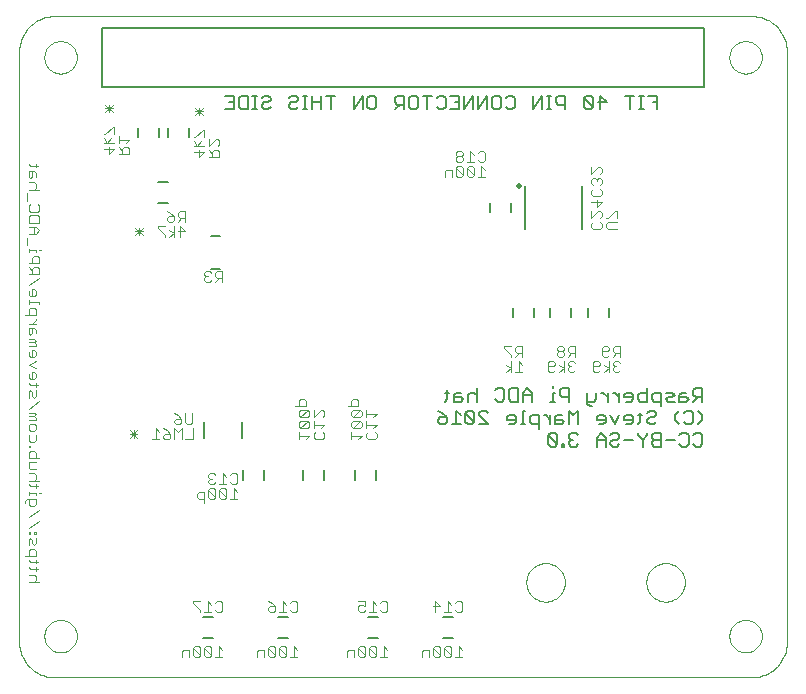
<source format=gbo>
G75*
G70*
%OFA0B0*%
%FSLAX24Y24*%
%IPPOS*%
%LPD*%
%AMOC8*
5,1,8,0,0,1.08239X$1,22.5*
%
%ADD10C,0.0050*%
%ADD11C,0.0040*%
%ADD12C,0.0060*%
%ADD13C,0.0000*%
%ADD14C,0.0030*%
%ADD15C,0.0200*%
D10*
X016337Y011030D02*
X016337Y011105D01*
X016413Y011180D01*
X016638Y011180D01*
X016638Y011030D01*
X016563Y010955D01*
X016413Y010955D01*
X016337Y011030D01*
X016488Y011330D02*
X016638Y011180D01*
X016488Y011330D02*
X016337Y011405D01*
X016564Y011705D02*
X016639Y011780D01*
X016639Y012080D01*
X016714Y012005D02*
X016564Y012005D01*
X016875Y011930D02*
X016875Y011705D01*
X017100Y011705D01*
X017175Y011780D01*
X017100Y011855D01*
X016875Y011855D01*
X016875Y011930D02*
X016950Y012005D01*
X017100Y012005D01*
X017335Y011930D02*
X017335Y011705D01*
X017335Y011930D02*
X017410Y012005D01*
X017560Y012005D01*
X017635Y011930D01*
X017635Y012155D02*
X017635Y011705D01*
X017483Y011405D02*
X017333Y011405D01*
X017258Y011330D01*
X017559Y011030D01*
X017483Y010955D01*
X017333Y010955D01*
X017258Y011030D01*
X017258Y011330D01*
X017098Y011255D02*
X016948Y011405D01*
X016948Y010955D01*
X017098Y010955D02*
X016798Y010955D01*
X017559Y011030D02*
X017559Y011330D01*
X017483Y011405D01*
X017719Y011330D02*
X017794Y011405D01*
X017944Y011405D01*
X018019Y011330D01*
X017719Y011330D02*
X017719Y011255D01*
X018019Y010955D01*
X017719Y010955D01*
X018639Y011105D02*
X018940Y011105D01*
X018940Y011030D02*
X018940Y011180D01*
X018865Y011255D01*
X018715Y011255D01*
X018639Y011180D01*
X018639Y011105D01*
X018715Y010955D02*
X018865Y010955D01*
X018940Y011030D01*
X019097Y010955D02*
X019247Y010955D01*
X019172Y010955D02*
X019172Y011405D01*
X019247Y011405D01*
X019407Y011180D02*
X019407Y011030D01*
X019482Y010955D01*
X019707Y010955D01*
X019707Y010805D02*
X019707Y011255D01*
X019482Y011255D01*
X019407Y011180D01*
X019865Y011255D02*
X019941Y011255D01*
X020091Y011105D01*
X020091Y010955D02*
X020091Y011255D01*
X020251Y011180D02*
X020251Y010955D01*
X020476Y010955D01*
X020551Y011030D01*
X020476Y011105D01*
X020251Y011105D01*
X020251Y011180D02*
X020326Y011255D01*
X020476Y011255D01*
X020711Y011405D02*
X020711Y010955D01*
X021011Y010955D02*
X021011Y011405D01*
X020861Y011255D01*
X020711Y011405D01*
X020705Y011705D02*
X020705Y012155D01*
X020479Y012155D01*
X020404Y012080D01*
X020404Y011930D01*
X020479Y011855D01*
X020705Y011855D01*
X020244Y011705D02*
X020094Y011705D01*
X020169Y011705D02*
X020169Y012005D01*
X020244Y012005D01*
X020169Y012155D02*
X020169Y012230D01*
X019477Y012005D02*
X019477Y011705D01*
X019477Y011930D02*
X019177Y011930D01*
X019177Y012005D02*
X019177Y011705D01*
X019016Y011705D02*
X018791Y011705D01*
X018716Y011780D01*
X018716Y012080D01*
X018791Y012155D01*
X019016Y012155D01*
X019016Y011705D01*
X019177Y012005D02*
X019327Y012155D01*
X019477Y012005D01*
X018556Y012080D02*
X018556Y011780D01*
X018481Y011705D01*
X018331Y011705D01*
X018256Y011780D01*
X018256Y012080D02*
X018331Y012155D01*
X018481Y012155D01*
X018556Y012080D01*
X020021Y010580D02*
X020321Y010280D01*
X020246Y010205D01*
X020096Y010205D01*
X020021Y010280D01*
X020021Y010580D01*
X020096Y010655D01*
X020246Y010655D01*
X020321Y010580D01*
X020321Y010280D01*
X020476Y010280D02*
X020476Y010205D01*
X020551Y010205D01*
X020551Y010280D01*
X020476Y010280D01*
X020711Y010280D02*
X020711Y010355D01*
X020786Y010430D01*
X020861Y010430D01*
X020786Y010430D02*
X020711Y010505D01*
X020711Y010580D01*
X020786Y010655D01*
X020936Y010655D01*
X021011Y010580D01*
X021011Y010280D02*
X020936Y010205D01*
X020786Y010205D01*
X020711Y010280D01*
X021632Y010205D02*
X021632Y010505D01*
X021782Y010655D01*
X021932Y010505D01*
X021932Y010205D01*
X022092Y010280D02*
X022167Y010205D01*
X022318Y010205D01*
X022393Y010280D01*
X022318Y010430D02*
X022167Y010430D01*
X022092Y010355D01*
X022092Y010280D01*
X021932Y010430D02*
X021632Y010430D01*
X022092Y010580D02*
X022167Y010655D01*
X022318Y010655D01*
X022393Y010580D01*
X022393Y010505D01*
X022318Y010430D01*
X022553Y010430D02*
X022853Y010430D01*
X023013Y010580D02*
X023013Y010655D01*
X023013Y010580D02*
X023163Y010430D01*
X023163Y010205D01*
X023163Y010430D02*
X023313Y010580D01*
X023313Y010655D01*
X023474Y010580D02*
X023474Y010505D01*
X023549Y010430D01*
X023774Y010430D01*
X023934Y010430D02*
X024234Y010430D01*
X024394Y010280D02*
X024469Y010205D01*
X024620Y010205D01*
X024695Y010280D01*
X024695Y010580D01*
X024620Y010655D01*
X024469Y010655D01*
X024394Y010580D01*
X024388Y010955D02*
X024238Y011105D01*
X024238Y011255D01*
X024388Y011405D01*
X024548Y011330D02*
X024623Y011405D01*
X024773Y011405D01*
X024848Y011330D01*
X024848Y011030D01*
X024773Y010955D01*
X024623Y010955D01*
X024548Y011030D01*
X024930Y010655D02*
X024855Y010580D01*
X024930Y010655D02*
X025080Y010655D01*
X025155Y010580D01*
X025155Y010280D01*
X025080Y010205D01*
X024930Y010205D01*
X024855Y010280D01*
X025005Y010955D02*
X025155Y011105D01*
X025155Y011255D01*
X025005Y011405D01*
X025155Y011705D02*
X025155Y012155D01*
X024930Y012155D01*
X024855Y012080D01*
X024855Y011930D01*
X024930Y011855D01*
X025155Y011855D01*
X025005Y011855D02*
X024855Y011705D01*
X024695Y011780D02*
X024620Y011855D01*
X024394Y011855D01*
X024394Y011930D02*
X024394Y011705D01*
X024620Y011705D01*
X024695Y011780D01*
X024620Y012005D02*
X024469Y012005D01*
X024394Y011930D01*
X024234Y011930D02*
X024159Y011855D01*
X024009Y011855D01*
X023934Y011780D01*
X024009Y011705D01*
X024234Y011705D01*
X024234Y011930D02*
X024159Y012005D01*
X023934Y012005D01*
X023774Y012005D02*
X023549Y012005D01*
X023474Y011930D01*
X023474Y011780D01*
X023549Y011705D01*
X023774Y011705D01*
X023774Y011555D02*
X023774Y012005D01*
X023313Y012005D02*
X023088Y012005D01*
X023013Y011930D01*
X023013Y011780D01*
X023088Y011705D01*
X023313Y011705D01*
X023313Y012155D01*
X022853Y011930D02*
X022778Y012005D01*
X022628Y012005D01*
X022553Y011930D01*
X022553Y011855D01*
X022853Y011855D01*
X022853Y011780D02*
X022853Y011930D01*
X022853Y011780D02*
X022778Y011705D01*
X022628Y011705D01*
X022393Y011705D02*
X022393Y012005D01*
X022393Y011855D02*
X022243Y012005D01*
X022167Y012005D01*
X022009Y012005D02*
X022009Y011705D01*
X022009Y011855D02*
X021859Y012005D01*
X021784Y012005D01*
X021625Y012005D02*
X021625Y011780D01*
X021550Y011705D01*
X021325Y011705D01*
X021325Y011630D02*
X021400Y011555D01*
X021475Y011555D01*
X021325Y011630D02*
X021325Y012005D01*
X021707Y011255D02*
X021632Y011180D01*
X021632Y011105D01*
X021932Y011105D01*
X021932Y011030D02*
X021932Y011180D01*
X021857Y011255D01*
X021707Y011255D01*
X021707Y010955D02*
X021857Y010955D01*
X021932Y011030D01*
X022092Y011255D02*
X022243Y010955D01*
X022393Y011255D01*
X022553Y011180D02*
X022553Y011105D01*
X022853Y011105D01*
X022853Y011030D02*
X022853Y011180D01*
X022778Y011255D01*
X022628Y011255D01*
X022553Y011180D01*
X022628Y010955D02*
X022778Y010955D01*
X022853Y011030D01*
X023010Y010955D02*
X023085Y011030D01*
X023085Y011330D01*
X023160Y011255D02*
X023010Y011255D01*
X023320Y011330D02*
X023395Y011405D01*
X023545Y011405D01*
X023620Y011330D01*
X023620Y011255D01*
X023545Y011180D01*
X023395Y011180D01*
X023320Y011105D01*
X023320Y011030D01*
X023395Y010955D01*
X023545Y010955D01*
X023620Y011030D01*
X023549Y010655D02*
X023474Y010580D01*
X023549Y010655D02*
X023774Y010655D01*
X023774Y010205D01*
X023549Y010205D01*
X023474Y010280D01*
X023474Y010355D01*
X023549Y010430D01*
X023655Y021455D02*
X023655Y021905D01*
X023355Y021905D01*
X023195Y021905D02*
X023044Y021905D01*
X023120Y021905D02*
X023120Y021455D01*
X023195Y021455D02*
X023044Y021455D01*
X022738Y021455D02*
X022738Y021905D01*
X022888Y021905D02*
X022587Y021905D01*
X021967Y021680D02*
X021667Y021680D01*
X021507Y021530D02*
X021206Y021830D01*
X021206Y021530D01*
X021281Y021455D01*
X021431Y021455D01*
X021507Y021530D01*
X021507Y021830D01*
X021431Y021905D01*
X021281Y021905D01*
X021206Y021830D01*
X021742Y021905D02*
X021742Y021455D01*
X021967Y021680D02*
X021742Y021905D01*
X020586Y021905D02*
X020586Y021455D01*
X020586Y021605D02*
X020361Y021605D01*
X020285Y021680D01*
X020285Y021830D01*
X020361Y021905D01*
X020586Y021905D01*
X020125Y021905D02*
X019975Y021905D01*
X020050Y021905D02*
X020050Y021455D01*
X020125Y021455D02*
X019975Y021455D01*
X019818Y021455D02*
X019818Y021905D01*
X019518Y021455D01*
X019518Y021905D01*
X018898Y021830D02*
X018898Y021530D01*
X018823Y021455D01*
X018672Y021455D01*
X018597Y021530D01*
X018437Y021530D02*
X018437Y021830D01*
X018362Y021905D01*
X018212Y021905D01*
X018137Y021830D01*
X018137Y021530D01*
X018212Y021455D01*
X018362Y021455D01*
X018437Y021530D01*
X018597Y021830D02*
X018672Y021905D01*
X018823Y021905D01*
X018898Y021830D01*
X017977Y021905D02*
X017977Y021455D01*
X017677Y021455D02*
X017677Y021905D01*
X017516Y021905D02*
X017216Y021455D01*
X017216Y021905D01*
X017056Y021905D02*
X017056Y021455D01*
X016756Y021455D01*
X016596Y021530D02*
X016596Y021830D01*
X016521Y021905D01*
X016370Y021905D01*
X016295Y021830D01*
X016135Y021905D02*
X015835Y021905D01*
X015985Y021905D02*
X015985Y021455D01*
X015675Y021530D02*
X015675Y021830D01*
X015600Y021905D01*
X015450Y021905D01*
X015375Y021830D01*
X015375Y021530D01*
X015450Y021455D01*
X015600Y021455D01*
X015675Y021530D01*
X015214Y021455D02*
X015214Y021905D01*
X014989Y021905D01*
X014914Y021830D01*
X014914Y021680D01*
X014989Y021605D01*
X015214Y021605D01*
X015064Y021605D02*
X014914Y021455D01*
X014294Y021530D02*
X014219Y021455D01*
X014068Y021455D01*
X013993Y021530D01*
X013993Y021830D01*
X014068Y021905D01*
X014219Y021905D01*
X014294Y021830D01*
X014294Y021530D01*
X013833Y021455D02*
X013833Y021905D01*
X013533Y021455D01*
X013533Y021905D01*
X012913Y021905D02*
X012612Y021905D01*
X012762Y021905D02*
X012762Y021455D01*
X012452Y021455D02*
X012452Y021905D01*
X012452Y021680D02*
X012152Y021680D01*
X012152Y021905D02*
X012152Y021455D01*
X011992Y021455D02*
X011842Y021455D01*
X011917Y021455D02*
X011917Y021905D01*
X011992Y021905D02*
X011842Y021905D01*
X011685Y021830D02*
X011685Y021755D01*
X011610Y021680D01*
X011460Y021680D01*
X011385Y021605D01*
X011385Y021530D01*
X011460Y021455D01*
X011610Y021455D01*
X011685Y021530D01*
X011685Y021830D02*
X011610Y021905D01*
X011460Y021905D01*
X011385Y021830D01*
X010764Y021830D02*
X010764Y021755D01*
X010689Y021680D01*
X010539Y021680D01*
X010464Y021605D01*
X010464Y021530D01*
X010539Y021455D01*
X010689Y021455D01*
X010764Y021530D01*
X010764Y021830D02*
X010689Y021905D01*
X010539Y021905D01*
X010464Y021830D01*
X010304Y021905D02*
X010153Y021905D01*
X010229Y021905D02*
X010229Y021455D01*
X010304Y021455D02*
X010153Y021455D01*
X009997Y021455D02*
X009771Y021455D01*
X009696Y021530D01*
X009696Y021830D01*
X009771Y021905D01*
X009997Y021905D01*
X009997Y021455D01*
X009536Y021455D02*
X009236Y021455D01*
X009386Y021680D02*
X009536Y021680D01*
X009536Y021905D02*
X009536Y021455D01*
X009536Y021905D02*
X009236Y021905D01*
X005129Y022198D02*
X005129Y024166D01*
X025200Y024166D01*
X025200Y022198D01*
X005129Y022198D01*
X016295Y021530D02*
X016370Y021455D01*
X016521Y021455D01*
X016596Y021530D01*
X016906Y021680D02*
X017056Y021680D01*
X017056Y021905D02*
X016756Y021905D01*
X017516Y021905D02*
X017516Y021455D01*
X017677Y021455D02*
X017977Y021905D01*
X023505Y021680D02*
X023655Y021680D01*
D11*
X021750Y019532D02*
X021810Y019472D01*
X021810Y019352D01*
X021750Y019292D01*
X021750Y019163D02*
X021690Y019163D01*
X021630Y019103D01*
X021570Y019163D01*
X021510Y019163D01*
X021450Y019103D01*
X021450Y018983D01*
X021510Y018923D01*
X021510Y018795D02*
X021450Y018735D01*
X021450Y018615D01*
X021510Y018555D01*
X021750Y018555D01*
X021810Y018615D01*
X021810Y018735D01*
X021750Y018795D01*
X021750Y018923D02*
X021810Y018983D01*
X021810Y019103D01*
X021750Y019163D01*
X021630Y019103D02*
X021630Y019043D01*
X021450Y019292D02*
X021690Y019532D01*
X021750Y019532D01*
X021450Y019532D02*
X021450Y019292D01*
X021630Y018427D02*
X021630Y018187D01*
X021810Y018367D01*
X021450Y018367D01*
X021450Y018059D02*
X021450Y017818D01*
X021690Y018059D01*
X021750Y018059D01*
X021810Y017998D01*
X021810Y017878D01*
X021750Y017818D01*
X021750Y017690D02*
X021810Y017630D01*
X021810Y017510D01*
X021750Y017450D01*
X021510Y017450D01*
X021450Y017510D01*
X021450Y017630D01*
X021510Y017690D01*
X021950Y017630D02*
X022010Y017690D01*
X022310Y017690D01*
X022310Y017818D02*
X022310Y018059D01*
X022250Y018059D01*
X022010Y017818D01*
X021950Y017818D01*
X021950Y017630D02*
X021950Y017510D01*
X022010Y017450D01*
X022310Y017450D01*
X022230Y013560D02*
X022170Y013500D01*
X022170Y013380D01*
X022230Y013320D01*
X022410Y013320D01*
X022410Y013200D02*
X022410Y013560D01*
X022230Y013560D01*
X022042Y013500D02*
X022042Y013440D01*
X021982Y013380D01*
X021801Y013380D01*
X021801Y013260D02*
X021801Y013500D01*
X021862Y013560D01*
X021982Y013560D01*
X022042Y013500D01*
X022042Y013260D02*
X021982Y013200D01*
X021862Y013200D01*
X021801Y013260D01*
X021675Y013060D02*
X021555Y013060D01*
X021495Y013000D01*
X021495Y012760D01*
X021555Y012700D01*
X021675Y012700D01*
X021735Y012760D01*
X021675Y012880D02*
X021495Y012880D01*
X021675Y012880D02*
X021735Y012940D01*
X021735Y013000D01*
X021675Y013060D01*
X021862Y012940D02*
X022042Y012820D01*
X021862Y012700D01*
X022042Y012700D02*
X022042Y013060D01*
X022170Y013000D02*
X022170Y012940D01*
X022230Y012880D01*
X022170Y012820D01*
X022170Y012760D01*
X022230Y012700D01*
X022350Y012700D01*
X022410Y012760D01*
X022290Y012880D02*
X022230Y012880D01*
X022170Y013000D02*
X022230Y013060D01*
X022350Y013060D01*
X022410Y013000D01*
X022170Y013200D02*
X022290Y013320D01*
X020910Y013320D02*
X020730Y013320D01*
X020670Y013380D01*
X020670Y013500D01*
X020730Y013560D01*
X020910Y013560D01*
X020910Y013200D01*
X020850Y013060D02*
X020730Y013060D01*
X020670Y013000D01*
X020670Y012940D01*
X020730Y012880D01*
X020670Y012820D01*
X020670Y012760D01*
X020730Y012700D01*
X020850Y012700D01*
X020910Y012760D01*
X020790Y012880D02*
X020730Y012880D01*
X020542Y012820D02*
X020362Y012940D01*
X020235Y012940D02*
X020175Y012880D01*
X019995Y012880D01*
X019995Y012760D02*
X019995Y013000D01*
X020055Y013060D01*
X020175Y013060D01*
X020235Y013000D01*
X020235Y012940D01*
X020235Y012760D02*
X020175Y012700D01*
X020055Y012700D01*
X019995Y012760D01*
X020362Y012700D02*
X020542Y012820D01*
X020542Y012700D02*
X020542Y013060D01*
X020482Y013200D02*
X020542Y013260D01*
X020542Y013320D01*
X020482Y013380D01*
X020362Y013380D01*
X020301Y013320D01*
X020301Y013260D01*
X020362Y013200D01*
X020482Y013200D01*
X020482Y013380D02*
X020542Y013440D01*
X020542Y013500D01*
X020482Y013560D01*
X020362Y013560D01*
X020301Y013500D01*
X020301Y013440D01*
X020362Y013380D01*
X020670Y013200D02*
X020790Y013320D01*
X020850Y013060D02*
X020910Y013000D01*
X019160Y012940D02*
X019040Y013060D01*
X019040Y012700D01*
X019160Y012700D02*
X018920Y012700D01*
X018792Y012700D02*
X018792Y013060D01*
X018792Y013200D02*
X018792Y013260D01*
X018551Y013500D01*
X018551Y013560D01*
X018792Y013560D01*
X018920Y013500D02*
X018920Y013380D01*
X018980Y013320D01*
X019160Y013320D01*
X019160Y013200D02*
X019160Y013560D01*
X018980Y013560D01*
X018920Y013500D01*
X019040Y013320D02*
X018920Y013200D01*
X018792Y012820D02*
X018612Y012940D01*
X018792Y012820D02*
X018612Y012700D01*
X014310Y011307D02*
X013950Y011307D01*
X013950Y011187D02*
X013950Y011427D01*
X013810Y011367D02*
X013750Y011427D01*
X013510Y011187D01*
X013450Y011247D01*
X013450Y011367D01*
X013510Y011427D01*
X013750Y011427D01*
X013810Y011367D02*
X013810Y011247D01*
X013750Y011187D01*
X013510Y011187D01*
X013510Y011059D02*
X013450Y010998D01*
X013450Y010878D01*
X013510Y010818D01*
X013750Y011059D01*
X013510Y011059D01*
X013750Y011059D02*
X013810Y010998D01*
X013810Y010878D01*
X013750Y010818D01*
X013510Y010818D01*
X013450Y010690D02*
X013450Y010450D01*
X013450Y010570D02*
X013810Y010570D01*
X013690Y010450D01*
X013950Y010510D02*
X013950Y010630D01*
X014010Y010690D01*
X013950Y010818D02*
X013950Y011059D01*
X013950Y010938D02*
X014310Y010938D01*
X014190Y010818D01*
X014250Y010690D02*
X014310Y010630D01*
X014310Y010510D01*
X014250Y010450D01*
X014010Y010450D01*
X013950Y010510D01*
X014190Y011187D02*
X014310Y011307D01*
X013690Y011555D02*
X013690Y011735D01*
X013630Y011795D01*
X013510Y011795D01*
X013450Y011735D01*
X013450Y011555D01*
X013330Y011555D02*
X013690Y011555D01*
X012560Y011367D02*
X012560Y011247D01*
X012500Y011187D01*
X012560Y011367D02*
X012500Y011427D01*
X012440Y011427D01*
X012200Y011187D01*
X012200Y011427D01*
X012060Y011367D02*
X012060Y011247D01*
X012000Y011187D01*
X011760Y011187D01*
X012000Y011427D01*
X011760Y011427D01*
X011700Y011367D01*
X011700Y011247D01*
X011760Y011187D01*
X011760Y011059D02*
X011700Y010998D01*
X011700Y010878D01*
X011760Y010818D01*
X012000Y011059D01*
X011760Y011059D01*
X012000Y011059D02*
X012060Y010998D01*
X012060Y010878D01*
X012000Y010818D01*
X011760Y010818D01*
X011700Y010690D02*
X011700Y010450D01*
X011700Y010570D02*
X012060Y010570D01*
X011940Y010450D01*
X012200Y010510D02*
X012200Y010630D01*
X012260Y010690D01*
X012200Y010818D02*
X012200Y011059D01*
X012200Y010938D02*
X012560Y010938D01*
X012440Y010818D01*
X012500Y010690D02*
X012560Y010630D01*
X012560Y010510D01*
X012500Y010450D01*
X012260Y010450D01*
X012200Y010510D01*
X012060Y011367D02*
X012000Y011427D01*
X011940Y011555D02*
X011940Y011735D01*
X011880Y011795D01*
X011760Y011795D01*
X011700Y011735D01*
X011700Y011555D01*
X011580Y011555D02*
X011940Y011555D01*
X009660Y009250D02*
X009660Y009010D01*
X009600Y008950D01*
X009480Y008950D01*
X009420Y009010D01*
X009292Y008950D02*
X009051Y008950D01*
X009172Y008950D02*
X009172Y009310D01*
X009292Y009190D01*
X009420Y009250D02*
X009480Y009310D01*
X009600Y009310D01*
X009660Y009250D01*
X009540Y008810D02*
X009540Y008450D01*
X009660Y008450D02*
X009420Y008450D01*
X009292Y008510D02*
X009292Y008750D01*
X009232Y008810D01*
X009112Y008810D01*
X009051Y008750D01*
X009292Y008510D01*
X009232Y008450D01*
X009112Y008450D01*
X009051Y008510D01*
X009051Y008750D01*
X008923Y008750D02*
X008863Y008810D01*
X008743Y008810D01*
X008683Y008750D01*
X008923Y008510D01*
X008863Y008450D01*
X008743Y008450D01*
X008683Y008510D01*
X008683Y008750D01*
X008555Y008690D02*
X008375Y008690D01*
X008315Y008630D01*
X008315Y008510D01*
X008375Y008450D01*
X008555Y008450D01*
X008555Y008330D02*
X008555Y008690D01*
X008743Y008950D02*
X008863Y008950D01*
X008923Y009010D01*
X008803Y009130D02*
X008743Y009130D01*
X008683Y009070D01*
X008683Y009010D01*
X008743Y008950D01*
X008743Y009130D02*
X008683Y009190D01*
X008683Y009250D01*
X008743Y009310D01*
X008863Y009310D01*
X008923Y009250D01*
X008923Y008750D02*
X008923Y008510D01*
X009540Y008810D02*
X009660Y008690D01*
X008100Y010950D02*
X007980Y010950D01*
X007920Y011010D01*
X007920Y011310D01*
X007792Y011130D02*
X007792Y011010D01*
X007732Y010950D01*
X007612Y010950D01*
X007551Y011010D01*
X007551Y011070D01*
X007612Y011130D01*
X007792Y011130D01*
X007672Y011250D01*
X007551Y011310D01*
X008160Y011310D02*
X008160Y011010D01*
X008100Y010950D01*
X003060Y011710D02*
X002700Y011470D01*
X002700Y011342D02*
X002880Y011342D01*
X002940Y011282D01*
X002880Y011222D01*
X002700Y011222D01*
X002700Y011102D02*
X002940Y011102D01*
X002940Y011162D01*
X002880Y011222D01*
X002880Y010974D02*
X002940Y010914D01*
X002940Y010794D01*
X002880Y010734D01*
X002760Y010734D01*
X002700Y010794D01*
X002700Y010914D01*
X002760Y010974D01*
X002880Y010974D01*
X002940Y010606D02*
X002940Y010425D01*
X002880Y010365D01*
X002760Y010365D01*
X002700Y010425D01*
X002700Y010606D01*
X002700Y010241D02*
X002700Y010181D01*
X002760Y010181D01*
X002760Y010241D01*
X002700Y010241D01*
X002760Y010053D02*
X002700Y009993D01*
X002700Y009813D01*
X003060Y009813D01*
X002940Y009813D02*
X002940Y009993D01*
X002880Y010053D01*
X002760Y010053D01*
X002700Y009685D02*
X002940Y009685D01*
X002700Y009685D02*
X002700Y009505D01*
X002760Y009445D01*
X002940Y009445D01*
X002880Y009316D02*
X002700Y009316D01*
X002880Y009316D02*
X002940Y009256D01*
X002940Y009136D01*
X002880Y009076D01*
X002940Y008951D02*
X002940Y008831D01*
X003000Y008891D02*
X002760Y008891D01*
X002700Y008951D01*
X002700Y009076D02*
X003060Y009076D01*
X003060Y008645D02*
X003120Y008645D01*
X002940Y008645D02*
X002700Y008645D01*
X002700Y008585D02*
X002700Y008705D01*
X002940Y008645D02*
X002940Y008585D01*
X002940Y008457D02*
X002940Y008277D01*
X002880Y008217D01*
X002760Y008217D01*
X002700Y008277D01*
X002700Y008457D01*
X002640Y008457D02*
X002940Y008457D01*
X002640Y008457D02*
X002580Y008397D01*
X002580Y008337D01*
X002700Y007849D02*
X003060Y008089D01*
X003060Y007720D02*
X002700Y007480D01*
X002700Y007356D02*
X002700Y007296D01*
X002760Y007296D01*
X002760Y007356D01*
X002700Y007356D01*
X002880Y007356D02*
X002880Y007296D01*
X002940Y007296D01*
X002940Y007356D01*
X002880Y007356D01*
X002940Y007168D02*
X002940Y006988D01*
X002880Y006928D01*
X002820Y006988D01*
X002820Y007108D01*
X002760Y007168D01*
X002700Y007108D01*
X002700Y006928D01*
X002760Y006800D02*
X002700Y006740D01*
X002700Y006559D01*
X002580Y006559D02*
X002940Y006559D01*
X002940Y006740D01*
X002880Y006800D01*
X002760Y006800D01*
X002700Y006434D02*
X002760Y006374D01*
X003000Y006374D01*
X002940Y006314D02*
X002940Y006434D01*
X002940Y006188D02*
X002940Y006068D01*
X003000Y006128D02*
X002760Y006128D01*
X002700Y006188D01*
X002700Y005940D02*
X002880Y005940D01*
X002940Y005880D01*
X002940Y005760D01*
X002880Y005700D01*
X003060Y005700D02*
X002700Y005700D01*
X007815Y003380D02*
X007815Y003200D01*
X007815Y003380D02*
X007875Y003440D01*
X008055Y003440D01*
X008055Y003200D01*
X008183Y003260D02*
X008243Y003200D01*
X008363Y003200D01*
X008423Y003260D01*
X008183Y003500D01*
X008183Y003260D01*
X008183Y003500D02*
X008243Y003560D01*
X008363Y003560D01*
X008423Y003500D01*
X008423Y003260D01*
X008551Y003260D02*
X008551Y003500D01*
X008792Y003260D01*
X008732Y003200D01*
X008612Y003200D01*
X008551Y003260D01*
X008551Y003500D02*
X008612Y003560D01*
X008732Y003560D01*
X008792Y003500D01*
X008792Y003260D01*
X008920Y003200D02*
X009160Y003200D01*
X009040Y003200D02*
X009040Y003560D01*
X009160Y003440D01*
X010315Y003380D02*
X010315Y003200D01*
X010315Y003380D02*
X010375Y003440D01*
X010555Y003440D01*
X010555Y003200D01*
X010683Y003260D02*
X010683Y003500D01*
X010923Y003260D01*
X010863Y003200D01*
X010743Y003200D01*
X010683Y003260D01*
X010683Y003500D02*
X010743Y003560D01*
X010863Y003560D01*
X010923Y003500D01*
X010923Y003260D01*
X011051Y003260D02*
X011051Y003500D01*
X011292Y003260D01*
X011232Y003200D01*
X011112Y003200D01*
X011051Y003260D01*
X011051Y003500D02*
X011112Y003560D01*
X011232Y003560D01*
X011292Y003500D01*
X011292Y003260D01*
X011420Y003200D02*
X011660Y003200D01*
X011540Y003200D02*
X011540Y003560D01*
X011660Y003440D01*
X011600Y004700D02*
X011480Y004700D01*
X011420Y004760D01*
X011292Y004700D02*
X011051Y004700D01*
X011172Y004700D02*
X011172Y005060D01*
X011292Y004940D01*
X011420Y005000D02*
X011480Y005060D01*
X011600Y005060D01*
X011660Y005000D01*
X011660Y004760D01*
X011600Y004700D01*
X010923Y004760D02*
X010863Y004700D01*
X010743Y004700D01*
X010683Y004760D01*
X010683Y004820D01*
X010743Y004880D01*
X010923Y004880D01*
X010923Y004760D01*
X010923Y004880D02*
X010803Y005000D01*
X010683Y005060D01*
X009160Y005000D02*
X009160Y004760D01*
X009100Y004700D01*
X008980Y004700D01*
X008920Y004760D01*
X008792Y004700D02*
X008551Y004700D01*
X008672Y004700D02*
X008672Y005060D01*
X008792Y004940D01*
X008920Y005000D02*
X008980Y005060D01*
X009100Y005060D01*
X009160Y005000D01*
X008423Y005060D02*
X008183Y005060D01*
X008183Y005000D01*
X008423Y004760D01*
X008423Y004700D01*
X013315Y003380D02*
X013315Y003200D01*
X013315Y003380D02*
X013375Y003440D01*
X013555Y003440D01*
X013555Y003200D01*
X013683Y003260D02*
X013683Y003500D01*
X013923Y003260D01*
X013863Y003200D01*
X013743Y003200D01*
X013683Y003260D01*
X013683Y003500D02*
X013743Y003560D01*
X013863Y003560D01*
X013923Y003500D01*
X013923Y003260D01*
X014051Y003260D02*
X014051Y003500D01*
X014292Y003260D01*
X014232Y003200D01*
X014112Y003200D01*
X014051Y003260D01*
X014051Y003500D02*
X014112Y003560D01*
X014232Y003560D01*
X014292Y003500D01*
X014292Y003260D01*
X014420Y003200D02*
X014660Y003200D01*
X014540Y003200D02*
X014540Y003560D01*
X014660Y003440D01*
X015815Y003380D02*
X015815Y003200D01*
X015815Y003380D02*
X015875Y003440D01*
X016055Y003440D01*
X016055Y003200D01*
X016183Y003260D02*
X016183Y003500D01*
X016423Y003260D01*
X016363Y003200D01*
X016243Y003200D01*
X016183Y003260D01*
X016183Y003500D02*
X016243Y003560D01*
X016363Y003560D01*
X016423Y003500D01*
X016423Y003260D01*
X016551Y003260D02*
X016612Y003200D01*
X016732Y003200D01*
X016792Y003260D01*
X016551Y003500D01*
X016551Y003260D01*
X016551Y003500D02*
X016612Y003560D01*
X016732Y003560D01*
X016792Y003500D01*
X016792Y003260D01*
X016920Y003200D02*
X017160Y003200D01*
X017040Y003200D02*
X017040Y003560D01*
X017160Y003440D01*
X017100Y004700D02*
X016980Y004700D01*
X016920Y004760D01*
X016792Y004700D02*
X016551Y004700D01*
X016672Y004700D02*
X016672Y005060D01*
X016792Y004940D01*
X016920Y005000D02*
X016980Y005060D01*
X017100Y005060D01*
X017160Y005000D01*
X017160Y004760D01*
X017100Y004700D01*
X016423Y004880D02*
X016183Y004880D01*
X016243Y004700D02*
X016243Y005060D01*
X016423Y004880D01*
X014660Y004760D02*
X014600Y004700D01*
X014480Y004700D01*
X014420Y004760D01*
X014292Y004700D02*
X014051Y004700D01*
X014172Y004700D02*
X014172Y005060D01*
X014292Y004940D01*
X014420Y005000D02*
X014480Y005060D01*
X014600Y005060D01*
X014660Y005000D01*
X014660Y004760D01*
X013923Y004760D02*
X013863Y004700D01*
X013743Y004700D01*
X013683Y004760D01*
X013683Y004880D01*
X013743Y004940D01*
X013803Y004940D01*
X013923Y004880D01*
X013923Y005060D01*
X013683Y005060D01*
X002940Y011899D02*
X002880Y011839D01*
X002820Y011899D01*
X002820Y012019D01*
X002760Y012079D01*
X002700Y012019D01*
X002700Y011839D01*
X002940Y011899D02*
X002940Y012079D01*
X002940Y012207D02*
X002940Y012327D01*
X003000Y012267D02*
X002760Y012267D01*
X002700Y012327D01*
X002760Y012452D02*
X002700Y012512D01*
X002700Y012633D01*
X002820Y012693D02*
X002820Y012452D01*
X002760Y012452D02*
X002880Y012452D01*
X002940Y012512D01*
X002940Y012633D01*
X002880Y012693D01*
X002820Y012693D01*
X002940Y012821D02*
X002700Y012941D01*
X002940Y013061D01*
X002880Y013189D02*
X002940Y013249D01*
X002940Y013369D01*
X002880Y013429D01*
X002820Y013429D01*
X002820Y013189D01*
X002760Y013189D02*
X002880Y013189D01*
X002760Y013189D02*
X002700Y013249D01*
X002700Y013369D01*
X002700Y013557D02*
X002940Y013557D01*
X002940Y013617D01*
X002880Y013677D01*
X002940Y013738D01*
X002880Y013798D01*
X002700Y013798D01*
X002700Y013677D02*
X002880Y013677D01*
X002760Y013926D02*
X002820Y013986D01*
X002820Y014166D01*
X002880Y014166D02*
X002700Y014166D01*
X002700Y013986D01*
X002760Y013926D01*
X002940Y013986D02*
X002940Y014106D01*
X002880Y014166D01*
X002820Y014294D02*
X002940Y014414D01*
X002940Y014474D01*
X002940Y014601D02*
X002580Y014601D01*
X002700Y014601D02*
X002700Y014781D01*
X002760Y014841D01*
X002880Y014841D01*
X002940Y014781D01*
X002940Y014601D01*
X002940Y014294D02*
X002700Y014294D01*
X002700Y014969D02*
X002700Y015089D01*
X002700Y015029D02*
X003060Y015029D01*
X003060Y014969D01*
X002880Y015215D02*
X002940Y015275D01*
X002940Y015395D01*
X002880Y015455D01*
X002820Y015455D01*
X002820Y015215D01*
X002760Y015215D02*
X002880Y015215D01*
X002760Y015215D02*
X002700Y015275D01*
X002700Y015395D01*
X002700Y015583D02*
X003060Y015823D01*
X003060Y015951D02*
X003060Y016132D01*
X003000Y016192D01*
X002880Y016192D01*
X002820Y016132D01*
X002820Y015951D01*
X002700Y015951D02*
X003060Y015951D01*
X002820Y016072D02*
X002700Y016192D01*
X002700Y016320D02*
X003060Y016320D01*
X003060Y016500D01*
X003000Y016560D01*
X002880Y016560D01*
X002820Y016500D01*
X002820Y016320D01*
X002700Y016688D02*
X002700Y016808D01*
X002700Y016748D02*
X002940Y016748D01*
X002940Y016688D01*
X003060Y016748D02*
X003120Y016748D01*
X002640Y016934D02*
X002640Y017174D01*
X002700Y017302D02*
X002940Y017302D01*
X003060Y017422D01*
X002940Y017542D01*
X002700Y017542D01*
X002700Y017670D02*
X002700Y017850D01*
X002760Y017910D01*
X003000Y017910D01*
X003060Y017850D01*
X003060Y017670D01*
X002700Y017670D01*
X002880Y017542D02*
X002880Y017302D01*
X002760Y018039D02*
X002700Y018099D01*
X002700Y018219D01*
X002760Y018279D01*
X002640Y018407D02*
X002640Y018647D01*
X002700Y018775D02*
X003060Y018775D01*
X002940Y018835D02*
X002940Y018955D01*
X002880Y019015D01*
X002700Y019015D01*
X002760Y019143D02*
X002700Y019204D01*
X002700Y019384D01*
X002880Y019384D01*
X002940Y019324D01*
X002940Y019204D01*
X002820Y019204D02*
X002820Y019384D01*
X002940Y019512D02*
X002940Y019632D01*
X003000Y019572D02*
X002760Y019572D01*
X002700Y019632D01*
X002820Y019204D02*
X002760Y019143D01*
X002940Y018835D02*
X002880Y018775D01*
X003000Y018279D02*
X003060Y018219D01*
X003060Y018099D01*
X003000Y018039D01*
X002760Y018039D01*
X005200Y020130D02*
X005560Y020130D01*
X005380Y019950D01*
X005380Y020190D01*
X005320Y020318D02*
X005440Y020498D01*
X005560Y020625D02*
X005560Y020865D01*
X005500Y020865D01*
X005260Y020625D01*
X005200Y020625D01*
X005200Y020498D02*
X005320Y020318D01*
X005200Y020318D02*
X005560Y020318D01*
X005700Y020318D02*
X005700Y020559D01*
X005700Y020438D02*
X006060Y020438D01*
X005940Y020318D01*
X005880Y020190D02*
X005820Y020130D01*
X005820Y019950D01*
X005700Y019950D02*
X006060Y019950D01*
X006060Y020130D01*
X006000Y020190D01*
X005880Y020190D01*
X005820Y020070D02*
X005700Y020190D01*
X005500Y021362D02*
X005260Y021602D01*
X005260Y021482D02*
X005500Y021482D01*
X005500Y021602D02*
X005260Y021362D01*
X005380Y021362D02*
X005380Y021602D01*
X008260Y021502D02*
X008500Y021262D01*
X008380Y021262D02*
X008380Y021502D01*
X008500Y021502D02*
X008260Y021262D01*
X008260Y021382D02*
X008500Y021382D01*
X008500Y020765D02*
X008260Y020525D01*
X008200Y020525D01*
X008200Y020398D02*
X008320Y020218D01*
X008440Y020398D01*
X008560Y020525D02*
X008560Y020765D01*
X008500Y020765D01*
X008700Y020459D02*
X008700Y020218D01*
X008940Y020459D01*
X009000Y020459D01*
X009060Y020398D01*
X009060Y020278D01*
X009000Y020218D01*
X009000Y020090D02*
X008880Y020090D01*
X008820Y020030D01*
X008820Y019850D01*
X008700Y019850D02*
X009060Y019850D01*
X009060Y020030D01*
X009000Y020090D01*
X008820Y019970D02*
X008700Y020090D01*
X008560Y020030D02*
X008380Y019850D01*
X008380Y020090D01*
X008200Y020030D02*
X008560Y020030D01*
X008560Y020218D02*
X008200Y020218D01*
X007910Y018060D02*
X007730Y018060D01*
X007670Y018000D01*
X007670Y017880D01*
X007730Y017820D01*
X007910Y017820D01*
X007910Y017700D02*
X007910Y018060D01*
X007790Y017820D02*
X007670Y017700D01*
X007542Y017760D02*
X007482Y017700D01*
X007362Y017700D01*
X007301Y017760D01*
X007301Y017820D01*
X007362Y017880D01*
X007542Y017880D01*
X007542Y017760D01*
X007542Y017880D02*
X007422Y018000D01*
X007301Y018060D01*
X007235Y017560D02*
X006995Y017560D01*
X006995Y017500D01*
X007235Y017260D01*
X007235Y017200D01*
X007362Y017200D02*
X007542Y017320D01*
X007362Y017440D01*
X007542Y017560D02*
X007542Y017200D01*
X007730Y017200D02*
X007730Y017560D01*
X007910Y017380D01*
X007670Y017380D01*
X006498Y017380D02*
X006258Y017380D01*
X006258Y017260D02*
X006498Y017500D01*
X006378Y017500D02*
X006378Y017260D01*
X006498Y017260D02*
X006258Y017500D01*
X008551Y016000D02*
X008551Y015940D01*
X008612Y015880D01*
X008551Y015820D01*
X008551Y015760D01*
X008612Y015700D01*
X008732Y015700D01*
X008792Y015760D01*
X008920Y015700D02*
X009040Y015820D01*
X008980Y015820D02*
X009160Y015820D01*
X009160Y015700D02*
X009160Y016060D01*
X008980Y016060D01*
X008920Y016000D01*
X008920Y015880D01*
X008980Y015820D01*
X008792Y016000D02*
X008732Y016060D01*
X008612Y016060D01*
X008551Y016000D01*
X008612Y015880D02*
X008672Y015880D01*
X016565Y019200D02*
X016565Y019380D01*
X016625Y019440D01*
X016805Y019440D01*
X016805Y019200D01*
X016933Y019260D02*
X016993Y019200D01*
X017113Y019200D01*
X017173Y019260D01*
X016933Y019500D01*
X016933Y019260D01*
X016933Y019500D02*
X016993Y019560D01*
X017113Y019560D01*
X017173Y019500D01*
X017173Y019260D01*
X017301Y019260D02*
X017362Y019200D01*
X017482Y019200D01*
X017542Y019260D01*
X017301Y019500D01*
X017301Y019260D01*
X017301Y019500D02*
X017362Y019560D01*
X017482Y019560D01*
X017542Y019500D01*
X017542Y019260D01*
X017670Y019200D02*
X017910Y019200D01*
X017790Y019200D02*
X017790Y019560D01*
X017910Y019440D01*
X017850Y019700D02*
X017730Y019700D01*
X017670Y019760D01*
X017542Y019700D02*
X017301Y019700D01*
X017422Y019700D02*
X017422Y020060D01*
X017542Y019940D01*
X017670Y020000D02*
X017730Y020060D01*
X017850Y020060D01*
X017910Y020000D01*
X017910Y019760D01*
X017850Y019700D01*
X017173Y019760D02*
X017173Y019820D01*
X017113Y019880D01*
X016993Y019880D01*
X016933Y019820D01*
X016933Y019760D01*
X016993Y019700D01*
X017113Y019700D01*
X017173Y019760D01*
X017113Y019880D02*
X017173Y019940D01*
X017173Y020000D01*
X017113Y020060D01*
X016993Y020060D01*
X016933Y020000D01*
X016933Y019940D01*
X016993Y019880D01*
D12*
X018080Y018340D02*
X018080Y018020D01*
X018780Y018020D02*
X018780Y018340D01*
X019230Y018890D02*
X019230Y017470D01*
X021130Y017470D02*
X021130Y018890D01*
X021330Y014840D02*
X021330Y014520D01*
X020780Y014520D02*
X020780Y014840D01*
X020080Y014840D02*
X020080Y014520D01*
X019530Y014520D02*
X019530Y014840D01*
X018830Y014840D02*
X018830Y014520D01*
X022030Y014520D02*
X022030Y014840D01*
X014280Y009421D02*
X014280Y009101D01*
X013580Y009101D02*
X013580Y009421D01*
X012530Y009421D02*
X012530Y009101D01*
X011830Y009101D02*
X011830Y009421D01*
X010530Y009421D02*
X010530Y009101D01*
X009830Y009101D02*
X009830Y009421D01*
X009800Y010481D02*
X009800Y011041D01*
X008560Y011041D02*
X008560Y010481D01*
X008770Y016130D02*
X009090Y016130D01*
X009090Y017230D02*
X008770Y017230D01*
X007340Y018330D02*
X007020Y018330D01*
X007020Y019030D02*
X007340Y019030D01*
X007330Y020520D02*
X007330Y020840D01*
X007030Y020840D02*
X007030Y020520D01*
X006330Y020520D02*
X006330Y020840D01*
X008030Y020840D02*
X008030Y020520D01*
X008520Y004530D02*
X008840Y004530D01*
X008840Y003830D02*
X008520Y003830D01*
X011020Y003830D02*
X011340Y003830D01*
X011340Y004530D02*
X011020Y004530D01*
X014020Y004530D02*
X014340Y004530D01*
X014340Y003830D02*
X014020Y003830D01*
X016520Y003830D02*
X016840Y003830D01*
X016840Y004530D02*
X016520Y004530D01*
D13*
X026794Y002511D02*
X003566Y002511D01*
X003500Y002513D01*
X003434Y002518D01*
X003368Y002528D01*
X003303Y002541D01*
X003239Y002557D01*
X003176Y002577D01*
X003114Y002601D01*
X003054Y002628D01*
X002995Y002658D01*
X002938Y002692D01*
X002883Y002729D01*
X002830Y002769D01*
X002779Y002811D01*
X002731Y002857D01*
X002685Y002905D01*
X002643Y002956D01*
X002603Y003009D01*
X002566Y003064D01*
X002532Y003121D01*
X002502Y003180D01*
X002475Y003240D01*
X002451Y003302D01*
X002431Y003365D01*
X002415Y003429D01*
X002402Y003494D01*
X002392Y003560D01*
X002387Y003626D01*
X002385Y003692D01*
X002385Y023377D01*
X002387Y023443D01*
X002392Y023509D01*
X002402Y023575D01*
X002415Y023640D01*
X002431Y023704D01*
X002451Y023767D01*
X002475Y023829D01*
X002502Y023889D01*
X002532Y023948D01*
X002566Y024005D01*
X002603Y024060D01*
X002643Y024113D01*
X002685Y024164D01*
X002731Y024212D01*
X002779Y024258D01*
X002830Y024300D01*
X002883Y024340D01*
X002938Y024377D01*
X002995Y024411D01*
X003054Y024441D01*
X003114Y024468D01*
X003176Y024492D01*
X003239Y024512D01*
X003303Y024528D01*
X003368Y024541D01*
X003434Y024551D01*
X003500Y024556D01*
X003566Y024558D01*
X026794Y024558D01*
X026860Y024556D01*
X026926Y024551D01*
X026992Y024541D01*
X027057Y024528D01*
X027121Y024512D01*
X027184Y024492D01*
X027246Y024468D01*
X027306Y024441D01*
X027365Y024411D01*
X027422Y024377D01*
X027477Y024340D01*
X027530Y024300D01*
X027581Y024258D01*
X027629Y024212D01*
X027675Y024164D01*
X027717Y024113D01*
X027757Y024060D01*
X027794Y024005D01*
X027828Y023948D01*
X027858Y023889D01*
X027885Y023829D01*
X027909Y023767D01*
X027929Y023704D01*
X027945Y023640D01*
X027958Y023575D01*
X027968Y023509D01*
X027973Y023443D01*
X027975Y023377D01*
X027975Y003692D01*
X027973Y003626D01*
X027968Y003560D01*
X027958Y003494D01*
X027945Y003429D01*
X027929Y003365D01*
X027909Y003302D01*
X027885Y003240D01*
X027858Y003180D01*
X027828Y003121D01*
X027794Y003064D01*
X027757Y003009D01*
X027717Y002956D01*
X027675Y002905D01*
X027629Y002857D01*
X027581Y002811D01*
X027530Y002769D01*
X027477Y002729D01*
X027422Y002692D01*
X027365Y002658D01*
X027306Y002628D01*
X027246Y002601D01*
X027184Y002577D01*
X027121Y002557D01*
X027057Y002541D01*
X026992Y002528D01*
X026926Y002518D01*
X026860Y002513D01*
X026794Y002511D01*
X026056Y003889D02*
X026058Y003935D01*
X026064Y003980D01*
X026073Y004025D01*
X026087Y004069D01*
X026104Y004112D01*
X026125Y004153D01*
X026149Y004192D01*
X026176Y004229D01*
X026206Y004263D01*
X026240Y004295D01*
X026275Y004324D01*
X026313Y004350D01*
X026353Y004372D01*
X026395Y004391D01*
X026439Y004406D01*
X026483Y004418D01*
X026528Y004426D01*
X026574Y004430D01*
X026620Y004430D01*
X026666Y004426D01*
X026711Y004418D01*
X026755Y004406D01*
X026799Y004391D01*
X026841Y004372D01*
X026881Y004350D01*
X026919Y004324D01*
X026954Y004295D01*
X026988Y004263D01*
X027018Y004229D01*
X027045Y004192D01*
X027069Y004153D01*
X027090Y004112D01*
X027107Y004069D01*
X027121Y004025D01*
X027130Y003980D01*
X027136Y003935D01*
X027138Y003889D01*
X027136Y003843D01*
X027130Y003798D01*
X027121Y003753D01*
X027107Y003709D01*
X027090Y003666D01*
X027069Y003625D01*
X027045Y003586D01*
X027018Y003549D01*
X026988Y003515D01*
X026954Y003483D01*
X026919Y003454D01*
X026881Y003428D01*
X026841Y003406D01*
X026799Y003387D01*
X026755Y003372D01*
X026711Y003360D01*
X026666Y003352D01*
X026620Y003348D01*
X026574Y003348D01*
X026528Y003352D01*
X026483Y003360D01*
X026439Y003372D01*
X026395Y003387D01*
X026353Y003406D01*
X026313Y003428D01*
X026275Y003454D01*
X026240Y003483D01*
X026206Y003515D01*
X026176Y003549D01*
X026149Y003586D01*
X026125Y003625D01*
X026104Y003666D01*
X026087Y003709D01*
X026073Y003753D01*
X026064Y003798D01*
X026058Y003843D01*
X026056Y003889D01*
X023290Y005680D02*
X023292Y005730D01*
X023298Y005780D01*
X023308Y005829D01*
X023321Y005878D01*
X023339Y005925D01*
X023360Y005971D01*
X023384Y006014D01*
X023412Y006056D01*
X023443Y006096D01*
X023477Y006133D01*
X023514Y006167D01*
X023554Y006198D01*
X023596Y006226D01*
X023639Y006250D01*
X023685Y006271D01*
X023732Y006289D01*
X023781Y006302D01*
X023830Y006312D01*
X023880Y006318D01*
X023930Y006320D01*
X023980Y006318D01*
X024030Y006312D01*
X024079Y006302D01*
X024128Y006289D01*
X024175Y006271D01*
X024221Y006250D01*
X024264Y006226D01*
X024306Y006198D01*
X024346Y006167D01*
X024383Y006133D01*
X024417Y006096D01*
X024448Y006056D01*
X024476Y006014D01*
X024500Y005971D01*
X024521Y005925D01*
X024539Y005878D01*
X024552Y005829D01*
X024562Y005780D01*
X024568Y005730D01*
X024570Y005680D01*
X024568Y005630D01*
X024562Y005580D01*
X024552Y005531D01*
X024539Y005482D01*
X024521Y005435D01*
X024500Y005389D01*
X024476Y005346D01*
X024448Y005304D01*
X024417Y005264D01*
X024383Y005227D01*
X024346Y005193D01*
X024306Y005162D01*
X024264Y005134D01*
X024221Y005110D01*
X024175Y005089D01*
X024128Y005071D01*
X024079Y005058D01*
X024030Y005048D01*
X023980Y005042D01*
X023930Y005040D01*
X023880Y005042D01*
X023830Y005048D01*
X023781Y005058D01*
X023732Y005071D01*
X023685Y005089D01*
X023639Y005110D01*
X023596Y005134D01*
X023554Y005162D01*
X023514Y005193D01*
X023477Y005227D01*
X023443Y005264D01*
X023412Y005304D01*
X023384Y005346D01*
X023360Y005389D01*
X023339Y005435D01*
X023321Y005482D01*
X023308Y005531D01*
X023298Y005580D01*
X023292Y005630D01*
X023290Y005680D01*
X019290Y005680D02*
X019292Y005730D01*
X019298Y005780D01*
X019308Y005829D01*
X019321Y005878D01*
X019339Y005925D01*
X019360Y005971D01*
X019384Y006014D01*
X019412Y006056D01*
X019443Y006096D01*
X019477Y006133D01*
X019514Y006167D01*
X019554Y006198D01*
X019596Y006226D01*
X019639Y006250D01*
X019685Y006271D01*
X019732Y006289D01*
X019781Y006302D01*
X019830Y006312D01*
X019880Y006318D01*
X019930Y006320D01*
X019980Y006318D01*
X020030Y006312D01*
X020079Y006302D01*
X020128Y006289D01*
X020175Y006271D01*
X020221Y006250D01*
X020264Y006226D01*
X020306Y006198D01*
X020346Y006167D01*
X020383Y006133D01*
X020417Y006096D01*
X020448Y006056D01*
X020476Y006014D01*
X020500Y005971D01*
X020521Y005925D01*
X020539Y005878D01*
X020552Y005829D01*
X020562Y005780D01*
X020568Y005730D01*
X020570Y005680D01*
X020568Y005630D01*
X020562Y005580D01*
X020552Y005531D01*
X020539Y005482D01*
X020521Y005435D01*
X020500Y005389D01*
X020476Y005346D01*
X020448Y005304D01*
X020417Y005264D01*
X020383Y005227D01*
X020346Y005193D01*
X020306Y005162D01*
X020264Y005134D01*
X020221Y005110D01*
X020175Y005089D01*
X020128Y005071D01*
X020079Y005058D01*
X020030Y005048D01*
X019980Y005042D01*
X019930Y005040D01*
X019880Y005042D01*
X019830Y005048D01*
X019781Y005058D01*
X019732Y005071D01*
X019685Y005089D01*
X019639Y005110D01*
X019596Y005134D01*
X019554Y005162D01*
X019514Y005193D01*
X019477Y005227D01*
X019443Y005264D01*
X019412Y005304D01*
X019384Y005346D01*
X019360Y005389D01*
X019339Y005435D01*
X019321Y005482D01*
X019308Y005531D01*
X019298Y005580D01*
X019292Y005630D01*
X019290Y005680D01*
X003222Y003889D02*
X003224Y003935D01*
X003230Y003980D01*
X003239Y004025D01*
X003253Y004069D01*
X003270Y004112D01*
X003291Y004153D01*
X003315Y004192D01*
X003342Y004229D01*
X003372Y004263D01*
X003406Y004295D01*
X003441Y004324D01*
X003479Y004350D01*
X003519Y004372D01*
X003561Y004391D01*
X003605Y004406D01*
X003649Y004418D01*
X003694Y004426D01*
X003740Y004430D01*
X003786Y004430D01*
X003832Y004426D01*
X003877Y004418D01*
X003921Y004406D01*
X003965Y004391D01*
X004007Y004372D01*
X004047Y004350D01*
X004085Y004324D01*
X004120Y004295D01*
X004154Y004263D01*
X004184Y004229D01*
X004211Y004192D01*
X004235Y004153D01*
X004256Y004112D01*
X004273Y004069D01*
X004287Y004025D01*
X004296Y003980D01*
X004302Y003935D01*
X004304Y003889D01*
X004302Y003843D01*
X004296Y003798D01*
X004287Y003753D01*
X004273Y003709D01*
X004256Y003666D01*
X004235Y003625D01*
X004211Y003586D01*
X004184Y003549D01*
X004154Y003515D01*
X004120Y003483D01*
X004085Y003454D01*
X004047Y003428D01*
X004007Y003406D01*
X003965Y003387D01*
X003921Y003372D01*
X003877Y003360D01*
X003832Y003352D01*
X003786Y003348D01*
X003740Y003348D01*
X003694Y003352D01*
X003649Y003360D01*
X003605Y003372D01*
X003561Y003387D01*
X003519Y003406D01*
X003479Y003428D01*
X003441Y003454D01*
X003406Y003483D01*
X003372Y003515D01*
X003342Y003549D01*
X003315Y003586D01*
X003291Y003625D01*
X003270Y003666D01*
X003253Y003709D01*
X003239Y003753D01*
X003230Y003798D01*
X003224Y003843D01*
X003222Y003889D01*
X003222Y023180D02*
X003224Y023226D01*
X003230Y023271D01*
X003239Y023316D01*
X003253Y023360D01*
X003270Y023403D01*
X003291Y023444D01*
X003315Y023483D01*
X003342Y023520D01*
X003372Y023554D01*
X003406Y023586D01*
X003441Y023615D01*
X003479Y023641D01*
X003519Y023663D01*
X003561Y023682D01*
X003605Y023697D01*
X003649Y023709D01*
X003694Y023717D01*
X003740Y023721D01*
X003786Y023721D01*
X003832Y023717D01*
X003877Y023709D01*
X003921Y023697D01*
X003965Y023682D01*
X004007Y023663D01*
X004047Y023641D01*
X004085Y023615D01*
X004120Y023586D01*
X004154Y023554D01*
X004184Y023520D01*
X004211Y023483D01*
X004235Y023444D01*
X004256Y023403D01*
X004273Y023360D01*
X004287Y023316D01*
X004296Y023271D01*
X004302Y023226D01*
X004304Y023180D01*
X004302Y023134D01*
X004296Y023089D01*
X004287Y023044D01*
X004273Y023000D01*
X004256Y022957D01*
X004235Y022916D01*
X004211Y022877D01*
X004184Y022840D01*
X004154Y022806D01*
X004120Y022774D01*
X004085Y022745D01*
X004047Y022719D01*
X004007Y022697D01*
X003965Y022678D01*
X003921Y022663D01*
X003877Y022651D01*
X003832Y022643D01*
X003786Y022639D01*
X003740Y022639D01*
X003694Y022643D01*
X003649Y022651D01*
X003605Y022663D01*
X003561Y022678D01*
X003519Y022697D01*
X003479Y022719D01*
X003441Y022745D01*
X003406Y022774D01*
X003372Y022806D01*
X003342Y022840D01*
X003315Y022877D01*
X003291Y022916D01*
X003270Y022957D01*
X003253Y023000D01*
X003239Y023044D01*
X003230Y023089D01*
X003224Y023134D01*
X003222Y023180D01*
X026056Y023180D02*
X026058Y023226D01*
X026064Y023271D01*
X026073Y023316D01*
X026087Y023360D01*
X026104Y023403D01*
X026125Y023444D01*
X026149Y023483D01*
X026176Y023520D01*
X026206Y023554D01*
X026240Y023586D01*
X026275Y023615D01*
X026313Y023641D01*
X026353Y023663D01*
X026395Y023682D01*
X026439Y023697D01*
X026483Y023709D01*
X026528Y023717D01*
X026574Y023721D01*
X026620Y023721D01*
X026666Y023717D01*
X026711Y023709D01*
X026755Y023697D01*
X026799Y023682D01*
X026841Y023663D01*
X026881Y023641D01*
X026919Y023615D01*
X026954Y023586D01*
X026988Y023554D01*
X027018Y023520D01*
X027045Y023483D01*
X027069Y023444D01*
X027090Y023403D01*
X027107Y023360D01*
X027121Y023316D01*
X027130Y023271D01*
X027136Y023226D01*
X027138Y023180D01*
X027136Y023134D01*
X027130Y023089D01*
X027121Y023044D01*
X027107Y023000D01*
X027090Y022957D01*
X027069Y022916D01*
X027045Y022877D01*
X027018Y022840D01*
X026988Y022806D01*
X026954Y022774D01*
X026919Y022745D01*
X026881Y022719D01*
X026841Y022697D01*
X026799Y022678D01*
X026755Y022663D01*
X026711Y022651D01*
X026666Y022643D01*
X026620Y022639D01*
X026574Y022639D01*
X026528Y022643D01*
X026483Y022651D01*
X026439Y022663D01*
X026395Y022678D01*
X026353Y022697D01*
X026313Y022719D01*
X026275Y022745D01*
X026240Y022774D01*
X026206Y022806D01*
X026176Y022840D01*
X026149Y022877D01*
X026125Y022916D01*
X026104Y022957D01*
X026087Y023000D01*
X026073Y023044D01*
X026064Y023089D01*
X026058Y023134D01*
X026056Y023180D01*
D14*
X008165Y010815D02*
X008165Y010445D01*
X007918Y010445D01*
X007797Y010445D02*
X007797Y010815D01*
X007673Y010692D01*
X007550Y010815D01*
X007550Y010445D01*
X007428Y010507D02*
X007367Y010445D01*
X007243Y010445D01*
X007181Y010507D01*
X007181Y010568D01*
X007243Y010630D01*
X007428Y010630D01*
X007428Y010507D01*
X007428Y010630D02*
X007305Y010754D01*
X007181Y010815D01*
X007060Y010692D02*
X006937Y010815D01*
X006937Y010445D01*
X007060Y010445D02*
X006813Y010445D01*
X006323Y010507D02*
X006077Y010754D01*
X006200Y010754D02*
X006200Y010507D01*
X006077Y010507D02*
X006323Y010754D01*
X006323Y010630D02*
X006077Y010630D01*
D15*
X019030Y018880D03*
M02*

</source>
